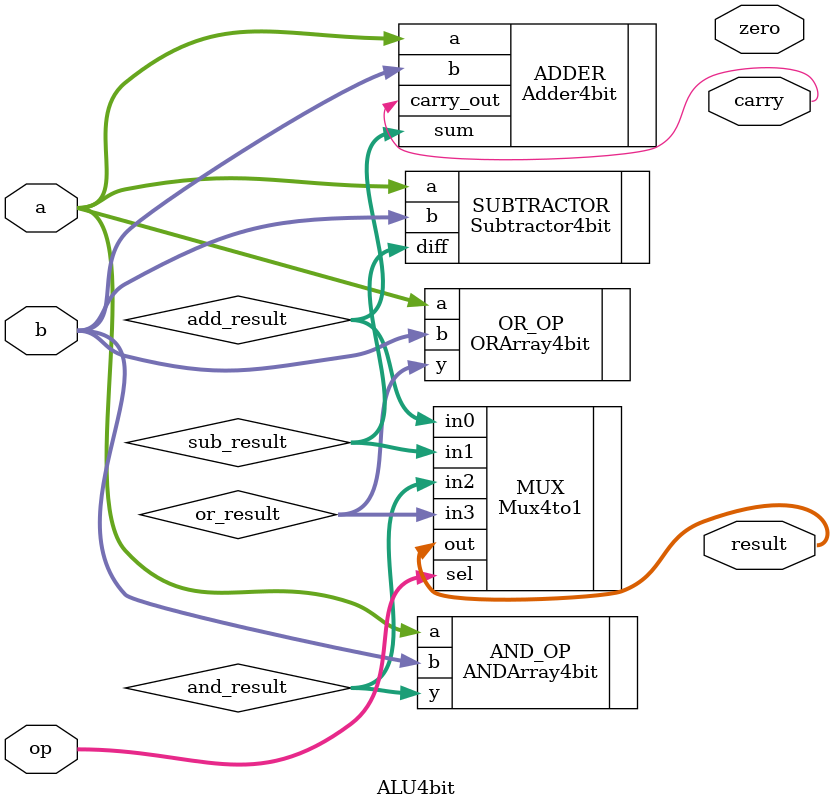
<source format=v>
module ALU4bit
(
  input [3:0] a,
  input [3:0] b,
  input [1:0] op,
  output [3:0] result,
  output zero,
  output carry
);

  // Internal wires
  wire [3:0] add_result;
  wire [3:0] sub_result;
  wire [3:0] and_result;
  wire [3:0] or_result;

  // Module instances
  Adder4bit ADDER (
    .a(a),
    .b(b),
    .sum(add_result),
    .carry_out(carry)
  );
  Subtractor4bit SUBTRACTOR (
    .a(a),
    .b(b),
    .diff(sub_result)
  );
  ANDArray4bit AND_OP (
    .a(a),
    .b(b),
    .y(and_result)
  );
  ORArray4bit OR_OP (
    .a(a),
    .b(b),
    .y(or_result)
  );
  Mux4to1 #(
    .WIDTH(4)
  ) MUX (
    .sel(op),
    .in0(add_result),
    .in1(sub_result),
    .in2(and_result),
    .in3(or_result),
    .out(result)
  );

endmodule
</source>
